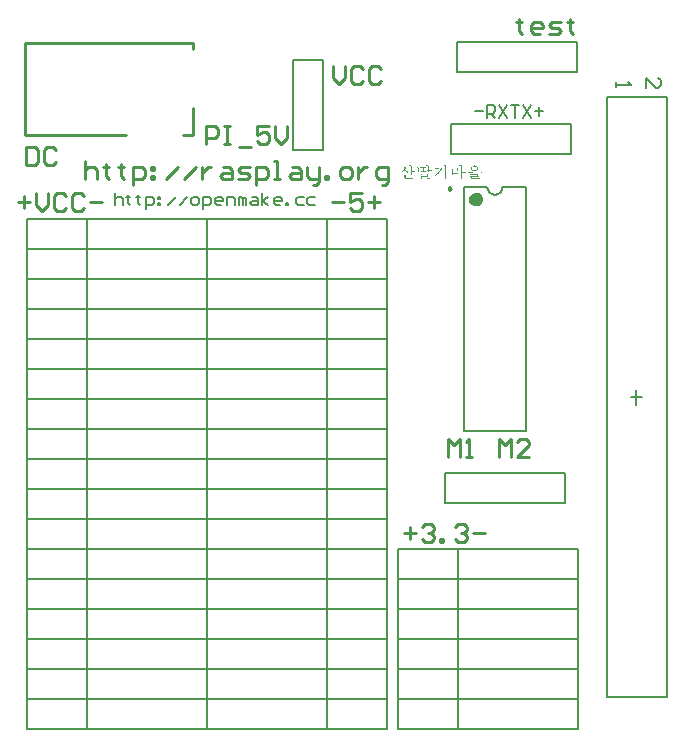
<source format=gto>
%FSLAX44Y44*%
%MOMM*%
G71*
G01*
G75*
G04 Layer_Color=65535*
%ADD10C,0.2000*%
%ADD11C,0.3000*%
%ADD12C,0.6000*%
%ADD13C,0.8000*%
%ADD14C,1.0000*%
%ADD15C,0.5000*%
%ADD16C,0.2032*%
%ADD17R,1.5000X1.5000*%
%ADD18C,1.5000*%
%ADD19C,0.9144*%
%ADD20R,2.5000X3.8000*%
%ADD21R,3.8000X2.5000*%
%ADD22R,1.5000X1.5000*%
%ADD23C,1.0000*%
%ADD24C,0.6096*%
%ADD25C,0.6350*%
%ADD26C,0.2500*%
%ADD27C,0.2540*%
%ADD28C,0.1540*%
G36*
X395539Y494239D02*
X395613D01*
X395672Y494224D01*
X395732D01*
X395851Y494210D01*
X395940Y494195D01*
X395999Y494180D01*
X396059Y494165D01*
X396088Y494135D01*
X396118Y494120D01*
X396133Y494105D01*
Y494046D01*
X396103Y493957D01*
X396059Y493883D01*
X396044Y493868D01*
Y493853D01*
X395970Y493689D01*
X395687Y492842D01*
X395554Y492441D01*
X395732Y492412D01*
X395866Y492367D01*
X395970Y492323D01*
X396029Y492278D01*
X396073Y492233D01*
X396088Y492204D01*
X396103Y492189D01*
Y492174D01*
X396088Y492114D01*
X396044Y492055D01*
X395970Y492025D01*
X395895Y491996D01*
X395806Y491966D01*
X395732D01*
X395672Y491951D01*
X395658D01*
X391096Y491862D01*
X391007Y491832D01*
X390947Y491817D01*
X390918Y491802D01*
X390888Y491787D01*
X390873Y491758D01*
Y491728D01*
Y491698D01*
Y491684D01*
X390858Y490747D01*
X390873Y490643D01*
X390903Y490584D01*
X390932Y490539D01*
X390947Y490524D01*
X391021Y490480D01*
X391111Y490465D01*
X391170Y490450D01*
X393429D01*
X393741Y490465D01*
X394261D01*
X394350Y490480D01*
X394573D01*
X394751Y490510D01*
X394885Y490539D01*
X394974Y490569D01*
X395004D01*
X395093Y490599D01*
X395167Y490629D01*
X395227Y490658D01*
X395256Y490673D01*
X395405Y490732D01*
X395539Y490777D01*
X395628Y490807D01*
X395658D01*
X395791Y490822D01*
X395940D01*
X396252Y490807D01*
X396400D01*
X396519Y490792D01*
X396623D01*
X396802Y490762D01*
X396921Y490703D01*
X397010Y490643D01*
X397069Y490584D01*
X397114Y490524D01*
X397128Y490480D01*
Y490450D01*
Y490435D01*
X397099Y490331D01*
X397054Y490257D01*
X396965Y490213D01*
X396891Y490183D01*
X396802Y490153D01*
X396727Y490138D01*
X391259D01*
X391007Y490153D01*
X390784Y490168D01*
X390605Y490213D01*
X390472Y490257D01*
X390353Y490287D01*
X390279Y490331D01*
X390234Y490346D01*
X390219Y490361D01*
X390130Y490435D01*
X390070Y490510D01*
X390026Y490599D01*
X389996Y490673D01*
X389981Y490747D01*
X389967Y490807D01*
Y490837D01*
Y490851D01*
Y491698D01*
X389952Y491743D01*
X389922Y491773D01*
X389848Y491847D01*
X389773Y491877D01*
X389758Y491892D01*
X389744D01*
X389595Y491951D01*
X389432Y491996D01*
X389357Y492010D01*
X389298Y492025D01*
X389253Y492040D01*
X389238D01*
X389119Y492055D01*
X389030Y492070D01*
X388971Y492100D01*
X388926Y492114D01*
X388897Y492144D01*
X388882Y492159D01*
X388867Y492174D01*
X388882Y492218D01*
X388926Y492263D01*
X389001Y492293D01*
X389075Y492323D01*
X389164Y492352D01*
X389238Y492367D01*
X389298Y492382D01*
X389313D01*
X389669Y492367D01*
X389833Y492352D01*
X389981D01*
X390115Y492337D01*
X390204Y492323D01*
X390279Y492308D01*
X390293D01*
X390546Y492278D01*
X390665Y492263D01*
X390769Y492248D01*
X390858Y492233D01*
X390932Y492218D01*
X390977Y492204D01*
X392849D01*
X393102Y492218D01*
X393340Y492233D01*
X393562D01*
X393755Y492248D01*
X393919D01*
X394053Y492263D01*
X394157D01*
X394305Y492278D01*
X394409Y492293D01*
X394484Y492308D01*
X394498D01*
X394558Y492323D01*
X394632D01*
X394692Y492337D01*
X394706D01*
X395019Y492397D01*
X395063Y493051D01*
X395108Y493823D01*
X391943Y493719D01*
X391616Y493704D01*
X391452D01*
X391319Y493689D01*
X391185Y493675D01*
X391081D01*
X391021Y493660D01*
X390992D01*
X390799Y493600D01*
X390650Y493556D01*
X390591Y493526D01*
X390546Y493511D01*
X390531Y493496D01*
X390516D01*
X390368Y493437D01*
X390249Y493422D01*
X390160Y493437D01*
X390130D01*
X389996Y493467D01*
X389848Y493526D01*
X389491Y493660D01*
X389328Y493719D01*
X389194Y493779D01*
X389105Y493808D01*
X389090Y493823D01*
X389075D01*
X388986Y493883D01*
X388926Y493912D01*
X388882Y493957D01*
X388852Y493987D01*
X388837Y494016D01*
Y494031D01*
X388867Y494061D01*
X388926D01*
X389001Y494076D01*
X389149D01*
X389209Y494061D01*
X389268D01*
X389432Y494046D01*
X389625D01*
X390026Y494031D01*
X390442Y494016D01*
X391393D01*
X391527Y494031D01*
X391809D01*
X392359Y494046D01*
X392864Y494061D01*
X393354Y494076D01*
X393562D01*
X393770Y494091D01*
X393964Y494105D01*
X394127D01*
X394276Y494120D01*
X394498D01*
X394573Y494135D01*
X394632D01*
X394810Y494180D01*
X394974Y494210D01*
X395048Y494224D01*
X395108Y494239D01*
X395137Y494254D01*
X395360D01*
X395539Y494239D01*
D02*
G37*
G36*
X353309Y494462D02*
X353354D01*
X353517Y494447D01*
X353636Y494432D01*
X353725Y494403D01*
X353800Y494388D01*
X353844Y494358D01*
X353874Y494343D01*
X353889Y494328D01*
X353904Y494299D01*
X353889Y494254D01*
X353859Y494180D01*
X353815Y494105D01*
X353800Y494091D01*
Y494076D01*
X353711Y493912D01*
X353606Y493689D01*
X353517Y493467D01*
X353473Y493377D01*
X353458Y493303D01*
X353428Y493259D01*
Y493244D01*
X353324Y492961D01*
X353280Y492842D01*
X353250Y492738D01*
X353235Y492649D01*
X353220Y492575D01*
X353205Y492531D01*
Y492516D01*
X353384Y492486D01*
X353517Y492441D01*
X353621Y492397D01*
X353696Y492352D01*
X353740Y492308D01*
X353755Y492278D01*
X353770Y492263D01*
Y492248D01*
Y492189D01*
X353711Y492144D01*
X353636Y492100D01*
X353547Y492085D01*
X353458Y492070D01*
X353369Y492055D01*
X352864D01*
X352418Y492040D01*
X352032Y492025D01*
X351690Y492010D01*
X351170D01*
X351081Y491996D01*
X350427D01*
X350011Y491981D01*
X348733D01*
X348614Y491936D01*
X348569Y491921D01*
X348540Y491906D01*
X348510Y491892D01*
X348480Y491817D01*
Y491787D01*
Y491773D01*
Y490629D01*
X348495Y490524D01*
X348540Y490450D01*
X348569Y490406D01*
X348584Y490391D01*
X348658Y490346D01*
X348748Y490331D01*
X348807Y490317D01*
X351214D01*
X351571Y490331D01*
X352165D01*
X352269Y490346D01*
X352537D01*
X352715Y490376D01*
X352849Y490420D01*
X352908Y490435D01*
X352953D01*
X352968Y490450D01*
X352982D01*
X353057Y490480D01*
X353131Y490510D01*
X353190Y490539D01*
X353220Y490554D01*
X353384Y490614D01*
X353503Y490643D01*
X353592Y490673D01*
X353621D01*
X353755Y490688D01*
X354350D01*
X354468Y490673D01*
X354572D01*
X354751Y490643D01*
X354869Y490584D01*
X354959Y490524D01*
X355033Y490465D01*
X355063Y490406D01*
X355078Y490361D01*
X355092Y490331D01*
Y490317D01*
X355078Y490213D01*
X355018Y490138D01*
X354944Y490079D01*
X354855Y490049D01*
X354766Y490019D01*
X354691Y490005D01*
X348867D01*
X348614Y490019D01*
X348391Y490034D01*
X348213Y490079D01*
X348079Y490123D01*
X347960Y490153D01*
X347886Y490198D01*
X347841Y490213D01*
X347826Y490227D01*
X347752Y490302D01*
X347693Y490376D01*
X347663Y490450D01*
X347633Y490539D01*
X347618Y490599D01*
X347603Y490658D01*
Y490703D01*
Y490718D01*
Y491817D01*
X347589Y491847D01*
X347559Y491877D01*
X347470Y491936D01*
X347395Y491981D01*
X347381Y491996D01*
X347366D01*
X347291Y492025D01*
X347202Y492055D01*
X347039Y492100D01*
X346950Y492114D01*
X346890Y492129D01*
X346846Y492144D01*
X346831D01*
X346742Y492174D01*
X346667Y492189D01*
X346623Y492204D01*
X346593Y492233D01*
X346549Y492248D01*
Y492263D01*
X346563Y492293D01*
X346608Y492323D01*
X346682Y492352D01*
X346771Y492382D01*
X346846Y492412D01*
X346920Y492426D01*
X346979Y492441D01*
X347500D01*
X347648Y492426D01*
X347782D01*
X347886Y492412D01*
X347975D01*
X348138Y492397D01*
X348272Y492382D01*
X348391Y492352D01*
X348480Y492337D01*
X348540Y492323D01*
X348584D01*
X348599Y492308D01*
X349624D01*
X349847Y492323D01*
X350516D01*
X350798Y492337D01*
X351081D01*
X351348Y492352D01*
X351571D01*
X351675Y492367D01*
X352032D01*
X352136Y492382D01*
X352195Y492397D01*
X352225D01*
X352299Y492412D01*
X352388Y492426D01*
X352462Y492441D01*
X352492D01*
X352655Y492456D01*
X352670Y492560D01*
X352685Y492664D01*
X352700Y492872D01*
Y492961D01*
X352715Y493036D01*
Y493095D01*
Y493110D01*
X352730Y493303D01*
X352745Y493467D01*
X352760Y493630D01*
X352774Y493764D01*
Y493883D01*
X352789Y493972D01*
Y494031D01*
Y494046D01*
X349966Y493957D01*
X348748Y493883D01*
X348629Y493868D01*
X348540Y493853D01*
X348480Y493838D01*
X348465D01*
X348361Y493793D01*
X348317Y493779D01*
X348302Y493764D01*
X348138Y493719D01*
X348005Y493704D01*
X347871D01*
X347752Y493734D01*
X347603Y493779D01*
X347440Y493838D01*
X347262Y493912D01*
X347113Y493972D01*
X346979Y494031D01*
X346890Y494061D01*
X346875Y494076D01*
X346861D01*
X346771Y494135D01*
X346697Y494165D01*
X346652Y494210D01*
X346638Y494239D01*
X346623Y494269D01*
Y494284D01*
X346652Y494314D01*
X346712Y494328D01*
X346846Y494343D01*
X346920D01*
X346979Y494328D01*
X347039D01*
X347217Y494314D01*
X347395Y494299D01*
X347797Y494284D01*
X348198D01*
X348599Y494269D01*
X349505D01*
X350070Y494284D01*
X350605Y494299D01*
X351110Y494314D01*
X351348Y494328D01*
X351556D01*
X351764Y494343D01*
X351942Y494358D01*
X352106D01*
X352239Y494373D01*
X352343D01*
X352433Y494388D01*
X352492D01*
X352715Y494432D01*
X352789Y494447D01*
X352849Y494462D01*
X352893Y494477D01*
X353250D01*
X353309Y494462D01*
D02*
G37*
G36*
X332923Y500480D02*
X332938D01*
X333205Y500376D01*
X333339Y500331D01*
X333458Y500272D01*
X333562Y500227D01*
X333636Y500183D01*
X333695Y500168D01*
X333710Y500153D01*
X333904Y500064D01*
X334082Y499975D01*
X334230Y499901D01*
X334349Y499826D01*
X334438Y499767D01*
X334498Y499722D01*
X334542Y499707D01*
X334557Y499692D01*
X334602Y499648D01*
X334646Y499603D01*
X334676Y499499D01*
X334661Y499425D01*
Y499410D01*
Y499395D01*
X334632Y499336D01*
X334572Y499247D01*
X334453Y499054D01*
X334379Y498964D01*
X334334Y498890D01*
X334290Y498831D01*
X334275Y498816D01*
X333800Y498117D01*
X333993Y497924D01*
X334141Y497776D01*
X334216Y497716D01*
X334260Y497687D01*
X334290Y497657D01*
X334305Y497642D01*
X334364Y497583D01*
X334438Y497523D01*
X334587Y497389D01*
X334661Y497330D01*
X334721Y497271D01*
X334750Y497241D01*
X334765Y497226D01*
X334929Y497092D01*
X335062Y497018D01*
X335167Y496959D01*
X335241Y496929D01*
X335271Y496914D01*
X335360Y496884D01*
X335434Y496855D01*
X335493Y496840D01*
X335523Y496825D01*
X335701Y496750D01*
X335835Y496691D01*
X335909Y496632D01*
X335939Y496617D01*
X336043Y496513D01*
X336162Y496394D01*
X336400Y496126D01*
X336504Y496007D01*
X336578Y495904D01*
X336637Y495844D01*
X336652Y495814D01*
X336727Y495666D01*
X336756Y495532D01*
Y495428D01*
X336741Y495339D01*
X336712Y495279D01*
X336682Y495235D01*
X336667Y495205D01*
X336652Y495190D01*
X336563Y495146D01*
X336489Y495116D01*
X336400Y495131D01*
X336325Y495146D01*
X336266Y495175D01*
X336207Y495205D01*
X336177Y495220D01*
X336162Y495235D01*
X335939Y495443D01*
X335716Y495666D01*
X335479Y495889D01*
X335271Y496097D01*
X335077Y496275D01*
X334929Y496409D01*
X334869Y496468D01*
X334825Y496513D01*
X334810Y496528D01*
X334795Y496542D01*
X334513Y496825D01*
X334260Y497077D01*
X334037Y497300D01*
X333859Y497478D01*
X333710Y497627D01*
X333606Y497731D01*
X333547Y497805D01*
X333517Y497820D01*
X333146Y497464D01*
X332804Y497152D01*
X332477Y496884D01*
X332180Y496646D01*
X331942Y496453D01*
X331838Y496379D01*
X331764Y496320D01*
X331689Y496260D01*
X331645Y496230D01*
X331615Y496216D01*
X331600Y496201D01*
X331244Y495963D01*
X330872Y495725D01*
X330531Y495517D01*
X330204Y495339D01*
X330055Y495265D01*
X329921Y495190D01*
X329802Y495131D01*
X329698Y495086D01*
X329624Y495042D01*
X329565Y495012D01*
X329520Y494982D01*
X329505D01*
X329371Y494938D01*
X329268Y494893D01*
X329193Y494878D01*
X329074D01*
X329059Y494893D01*
Y494938D01*
X329074Y494967D01*
X329119Y495012D01*
X329178Y495056D01*
X329297Y495131D01*
X329327Y495160D01*
X329342D01*
X329773Y495443D01*
X330174Y495725D01*
X330545Y496007D01*
X330872Y496275D01*
X331021Y496394D01*
X331155Y496513D01*
X331259Y496602D01*
X331363Y496691D01*
X331437Y496765D01*
X331496Y496810D01*
X331526Y496840D01*
X331541Y496855D01*
X331942Y497256D01*
X332284Y497657D01*
X332596Y498028D01*
X332863Y498385D01*
X332982Y498534D01*
X333086Y498667D01*
X333161Y498801D01*
X333235Y498905D01*
X333294Y498979D01*
X333339Y499039D01*
X333354Y499083D01*
X333368Y499098D01*
X333443Y499247D01*
Y499321D01*
X333428Y499380D01*
X333383Y499499D01*
X333339Y499574D01*
X333324Y499589D01*
X333309Y499603D01*
X333235Y499692D01*
X333131Y499782D01*
X332923Y499945D01*
X332819Y500019D01*
X332744Y500079D01*
X332685Y500109D01*
X332670Y500123D01*
X332551Y500198D01*
X332462Y500272D01*
X332403Y500331D01*
X332388Y500376D01*
Y500406D01*
Y500435D01*
X332403Y500450D01*
X332462Y500480D01*
X332536Y500495D01*
X332878D01*
X332923Y500480D01*
D02*
G37*
G36*
X337826Y501743D02*
X337975Y501728D01*
X338109Y501698D01*
X338213Y501684D01*
X338302Y501669D01*
X338361Y501654D01*
X338376D01*
X338629Y501595D01*
X338881Y501535D01*
X338985Y501491D01*
X339074Y501476D01*
X339134Y501446D01*
X339149D01*
X339253Y501401D01*
X339327Y501372D01*
X339386Y501342D01*
X339431Y501297D01*
X339476Y501253D01*
X339491Y501238D01*
X339505Y501164D01*
Y501089D01*
X339491Y501015D01*
Y501000D01*
Y500985D01*
X339476Y500733D01*
X339461Y496438D01*
X340010D01*
X340129Y496468D01*
X340219Y496513D01*
X340278Y496528D01*
X340308Y496542D01*
X340427Y496602D01*
X340471Y496617D01*
X340486Y496632D01*
X340620Y496706D01*
X340739Y496750D01*
X340813Y496780D01*
X340843D01*
X340961Y496810D01*
X341095D01*
X341377Y496825D01*
X341511D01*
X341615Y496810D01*
X341719D01*
X341912Y496780D01*
X342076Y496750D01*
X342121Y496721D01*
X342165Y496706D01*
X342180Y496691D01*
X342195D01*
X342284Y496617D01*
X342328Y496542D01*
X342343Y496483D01*
Y496453D01*
X342314Y496364D01*
X342254Y496305D01*
X342195Y496260D01*
X342180Y496245D01*
X342165D01*
X342031Y496186D01*
X341883Y496141D01*
X341823D01*
X341764Y496126D01*
X341719D01*
X339446Y496082D01*
Y494462D01*
Y494269D01*
X339431Y494091D01*
X339416Y493927D01*
X339401Y493779D01*
X339386Y493660D01*
X339372Y493556D01*
X339357Y493496D01*
Y493481D01*
X339312Y493214D01*
X339282Y493095D01*
X339253Y492991D01*
X339223Y492902D01*
X339208Y492842D01*
X339193Y492798D01*
Y492783D01*
X339119Y492649D01*
X339045Y492545D01*
X338970Y492456D01*
X338911Y492412D01*
X338852Y492367D01*
X338807Y492352D01*
X338792Y492337D01*
X338733D01*
X338703Y492352D01*
X338643Y492412D01*
X338614Y492501D01*
X338584Y492620D01*
X338569Y492724D01*
X338554Y492828D01*
Y492887D01*
Y492917D01*
Y500554D01*
X338540Y500644D01*
X338510Y500718D01*
X338406Y500852D01*
X338346Y500911D01*
X338302Y500956D01*
X338272Y500970D01*
X338257Y500985D01*
X338138Y501060D01*
X337990Y501134D01*
X337678Y501268D01*
X337544Y501327D01*
X337425Y501372D01*
X337351Y501401D01*
X337336Y501416D01*
X337321D01*
X337202Y501461D01*
X337098Y501505D01*
X337039Y501535D01*
X336994Y501580D01*
X336979Y501595D01*
X336964Y501624D01*
Y501639D01*
X336994Y501684D01*
X337068Y501713D01*
X337158Y501728D01*
X337247Y501758D01*
X337336D01*
X337425Y501773D01*
X337499D01*
X337826Y501743D01*
D02*
G37*
G36*
X366935Y501728D02*
X367128Y501684D01*
X367321Y501654D01*
X367485Y501624D01*
X367604Y501595D01*
X367708Y501565D01*
X367782Y501550D01*
X367797D01*
X368035Y501491D01*
X368243Y501416D01*
X368332Y501386D01*
X368406Y501372D01*
X368451Y501342D01*
X368465D01*
X368525Y501312D01*
X368584Y501282D01*
X368644Y501223D01*
X368688Y501164D01*
Y501149D01*
X368703Y501074D01*
Y501000D01*
X368688Y500926D01*
Y500911D01*
Y500896D01*
X368674Y500703D01*
Y493036D01*
Y492738D01*
Y492456D01*
X368659Y492204D01*
Y491966D01*
Y491758D01*
X368644Y491580D01*
Y491401D01*
X368629Y491268D01*
X368614Y491134D01*
Y491030D01*
X368599Y490941D01*
Y490866D01*
Y490822D01*
X368584Y490777D01*
Y490762D01*
Y490747D01*
X368555Y490569D01*
X368525Y490391D01*
X368480Y490242D01*
X368436Y490108D01*
X368391Y489990D01*
X368347Y489915D01*
X368332Y489856D01*
X368317Y489841D01*
X368243Y489752D01*
X368183Y489678D01*
X368124Y489633D01*
X368079Y489618D01*
X368020Y489603D01*
X367990D01*
X367945Y489648D01*
X367901Y489722D01*
X367871Y489811D01*
X367856Y489915D01*
Y490005D01*
X367841Y490094D01*
Y490153D01*
Y490168D01*
Y500495D01*
X367812Y500569D01*
X367767Y500644D01*
X367648Y500777D01*
X367589Y500837D01*
X367544Y500881D01*
X367500Y500911D01*
X367485Y500926D01*
X367351Y501015D01*
X367202Y501089D01*
X367039Y501164D01*
X366890Y501238D01*
X366772Y501297D01*
X366653Y501342D01*
X366593Y501372D01*
X366564Y501386D01*
X366445Y501431D01*
X366370Y501476D01*
X366311Y501505D01*
X366266Y501550D01*
X366251Y501565D01*
X366237Y501595D01*
Y501609D01*
X366266Y501654D01*
X366326Y501684D01*
X366400Y501713D01*
X366489Y501728D01*
X366564Y501743D01*
X366638Y501758D01*
X366712D01*
X366935Y501728D01*
D02*
G37*
G36*
X380501Y501713D02*
X380635Y501684D01*
X380754Y501669D01*
X380858Y501654D01*
X380947Y501639D01*
X380992Y501624D01*
X381007D01*
X381259Y501580D01*
X381363Y501550D01*
X381452Y501535D01*
X381527Y501505D01*
X381586Y501491D01*
X381616Y501476D01*
X381631D01*
X381794Y501431D01*
X381928Y501386D01*
X382047Y501342D01*
X382121Y501312D01*
X382180Y501282D01*
X382210Y501253D01*
X382240Y501238D01*
X382270Y501164D01*
X382284Y501060D01*
X382270Y500985D01*
Y500970D01*
Y500956D01*
X382255Y500688D01*
X382210Y495606D01*
X383057Y495636D01*
X383146Y495666D01*
X383220Y495681D01*
X383280Y495710D01*
X383295D01*
X383399Y495770D01*
X383428Y495785D01*
X383443Y495799D01*
X383562Y495874D01*
X383651Y495918D01*
X383711Y495948D01*
X383741D01*
X383830Y495978D01*
X383934Y495993D01*
X384409D01*
X384543Y495978D01*
X384647Y495963D01*
X384736Y495948D01*
X384825Y495918D01*
X384885Y495904D01*
X384929Y495874D01*
X384944Y495859D01*
X384959D01*
X385018Y495829D01*
X385063Y495785D01*
X385122Y495710D01*
X385152Y495666D01*
Y495636D01*
Y495591D01*
X385137Y495547D01*
X385093Y495487D01*
X385048Y495428D01*
X385018Y495413D01*
X384885Y495339D01*
X384736Y495309D01*
X384677Y495294D01*
X384632Y495279D01*
X384588D01*
X382195Y495220D01*
Y494700D01*
Y494224D01*
Y493793D01*
Y493407D01*
X382180Y493065D01*
Y492753D01*
Y492486D01*
Y492263D01*
X382165Y492055D01*
Y491892D01*
Y491758D01*
Y491654D01*
X382151Y491565D01*
Y491520D01*
Y491490D01*
Y491475D01*
X382136Y491208D01*
X382106Y490955D01*
X382076Y490747D01*
X382047Y490569D01*
X382032Y490435D01*
X382002Y490331D01*
X381987Y490257D01*
Y490242D01*
X381898Y490049D01*
X381809Y489900D01*
X381735Y489796D01*
X381675Y489737D01*
X381616Y489707D01*
X381571Y489678D01*
X381541D01*
X381497Y489692D01*
X381467Y489722D01*
X381408Y489826D01*
X381378Y489975D01*
X381348Y490123D01*
X381333Y490272D01*
X381319Y490406D01*
Y490510D01*
Y490524D01*
Y490539D01*
Y500540D01*
X381289Y500614D01*
X381244Y500688D01*
X381170Y500762D01*
X381096Y500822D01*
X381021Y500881D01*
X380947Y500926D01*
X380902Y500956D01*
X380888Y500970D01*
X380769Y501045D01*
X380650Y501104D01*
X380368Y501253D01*
X380249Y501297D01*
X380145Y501342D01*
X380085Y501372D01*
X380056Y501386D01*
X379907Y501416D01*
X379803Y501461D01*
X379729Y501491D01*
X379684Y501535D01*
X379654Y501565D01*
Y501595D01*
Y501609D01*
X379684Y501654D01*
X379758Y501684D01*
X379847Y501713D01*
X379937Y501728D01*
X380026Y501743D01*
X380115Y501758D01*
X380189D01*
X380501Y501713D01*
D02*
G37*
G36*
X332938Y493511D02*
X333190D01*
X333294Y493496D01*
X333517D01*
X333636Y493481D01*
X333755Y493467D01*
X333844D01*
X333918Y493452D01*
X333963D01*
X333993Y493437D01*
X334007D01*
X334082Y493422D01*
X334156Y493392D01*
X334245Y493348D01*
X334290Y493318D01*
X334305Y493303D01*
X334319Y493229D01*
Y493155D01*
X334305Y493080D01*
Y493065D01*
Y493051D01*
X334290Y492857D01*
X334305Y490970D01*
X334334Y490822D01*
X334379Y490718D01*
X334423Y490658D01*
X334453Y490643D01*
X334513Y490614D01*
X334602Y490584D01*
X334780Y490539D01*
X334854D01*
X334929Y490524D01*
X334988D01*
X338005Y490539D01*
X338227Y490569D01*
X338317Y490584D01*
X338391Y490599D01*
X338450Y490614D01*
X338495D01*
X338510Y490629D01*
X338525D01*
X338629Y490658D01*
X338703Y490703D01*
X338762Y490732D01*
X338792Y490747D01*
X338941Y490807D01*
X339074Y490851D01*
X339164Y490881D01*
X339193D01*
X339327Y490896D01*
X339491Y490911D01*
X339654D01*
X339803Y490926D01*
X339951Y490911D01*
X340174D01*
X340397Y490881D01*
X340486Y490866D01*
X340560Y490851D01*
X340620Y490822D01*
X340664Y490807D01*
X340679Y490792D01*
X340694D01*
X340798Y490703D01*
X340858Y490629D01*
X340887Y490569D01*
X340902Y490539D01*
Y490450D01*
X340872Y490376D01*
X340843Y490317D01*
X340828Y490302D01*
X340739Y490227D01*
X340649Y490198D01*
X340560Y490168D01*
X334899D01*
X334632Y490183D01*
X334409Y490213D01*
X334216Y490242D01*
X334067Y490272D01*
X333948Y490317D01*
X333859Y490346D01*
X333814Y490361D01*
X333800Y490376D01*
X333666Y490465D01*
X333562Y490569D01*
X333487Y490673D01*
X333428Y490792D01*
X333383Y490881D01*
X333368Y490970D01*
X333354Y491030D01*
Y491045D01*
Y492620D01*
X333339Y492679D01*
X333309Y492738D01*
X333205Y492842D01*
X333116Y492902D01*
X333086Y492932D01*
X333071D01*
X332967Y492976D01*
X332849Y493021D01*
X332581Y493095D01*
X332462Y493125D01*
X332358Y493155D01*
X332299Y493184D01*
X332269D01*
X332180Y493214D01*
X332105Y493244D01*
X332061Y493273D01*
X332031Y493288D01*
X332001Y493333D01*
Y493348D01*
X332031Y493392D01*
X332076Y493422D01*
X332150Y493452D01*
X332224Y493481D01*
X332314Y493496D01*
X332373Y493511D01*
X332432Y493526D01*
X332774D01*
X332938Y493511D01*
D02*
G37*
G36*
X392641Y501743D02*
X392715Y501713D01*
X392790Y501698D01*
X392834Y501684D01*
X392849D01*
X392983Y501639D01*
X393087Y501609D01*
X393161Y501565D01*
X393221Y501535D01*
X393250Y501505D01*
X393280Y501476D01*
X393295Y501461D01*
X393310Y501401D01*
X393295Y501327D01*
X393265Y501268D01*
X393250Y501238D01*
X393206Y501164D01*
X393191Y501149D01*
Y501134D01*
Y501074D01*
Y501060D01*
Y501045D01*
X393429Y501000D01*
X393666Y500941D01*
X393874Y500881D01*
X394068Y500807D01*
X394246Y500733D01*
X394424Y500658D01*
X394573Y500584D01*
X394706Y500510D01*
X394825Y500435D01*
X394929Y500361D01*
X395019Y500302D01*
X395078Y500242D01*
X395137Y500198D01*
X395182Y500153D01*
X395197Y500138D01*
X395212Y500123D01*
X395316Y500005D01*
X395405Y499871D01*
X395554Y499618D01*
X395643Y499366D01*
X395702Y499143D01*
X395732Y498950D01*
Y498786D01*
Y498727D01*
Y498682D01*
Y498667D01*
Y498652D01*
X395702Y498504D01*
X395672Y498370D01*
X395554Y498117D01*
X395420Y497880D01*
X395256Y497687D01*
X395123Y497538D01*
X394989Y497419D01*
X394900Y497345D01*
X394885Y497315D01*
X394870D01*
X394558Y497122D01*
X394216Y496973D01*
X393874Y496869D01*
X393548Y496795D01*
X393250Y496750D01*
X393131Y496736D01*
X393027D01*
X392938Y496721D01*
X392819D01*
X392359Y496750D01*
X391943Y496810D01*
X391586Y496914D01*
X391423Y496959D01*
X391274Y497018D01*
X391140Y497077D01*
X391021Y497122D01*
X390932Y497181D01*
X390843Y497226D01*
X390784Y497256D01*
X390739Y497285D01*
X390709Y497315D01*
X390695D01*
X390561Y497419D01*
X390442Y497523D01*
X390234Y497746D01*
X390085Y497969D01*
X389967Y498177D01*
X389892Y498355D01*
X389848Y498504D01*
X389833Y498563D01*
X389818Y498608D01*
Y498623D01*
Y498638D01*
X389803Y498786D01*
Y498935D01*
X389833Y499217D01*
X389907Y499455D01*
X389996Y499678D01*
X390100Y499856D01*
X390189Y499975D01*
X390249Y500064D01*
X390279Y500094D01*
X390561Y500331D01*
X390873Y500540D01*
X391200Y500703D01*
X391512Y500822D01*
X391794Y500911D01*
X391913Y500941D01*
X392032Y500970D01*
X392121Y500985D01*
X392180Y501000D01*
X392225Y501015D01*
X392299D01*
X392433Y501089D01*
X392507Y501149D01*
X392552Y501208D01*
X392567Y501223D01*
Y501312D01*
X392537Y501401D01*
X392507Y501461D01*
X392492Y501476D01*
X392418Y501550D01*
X392359Y501595D01*
X392344Y501639D01*
X392329Y501684D01*
X392344Y501728D01*
X392359Y501743D01*
X392403Y501758D01*
X392478D01*
X392641Y501743D01*
D02*
G37*
G36*
X378406Y498875D02*
X378466D01*
X378659Y498860D01*
X378822Y498846D01*
X378926Y498816D01*
X379015Y498801D01*
X379060Y498771D01*
X379090Y498741D01*
X379105Y498727D01*
Y498697D01*
Y498652D01*
X379045Y498548D01*
X378986Y498459D01*
X378971Y498429D01*
X378956Y498415D01*
X378837Y498236D01*
X378272Y494893D01*
X378436Y494878D01*
X378555Y494849D01*
X378629Y494819D01*
X378659Y494804D01*
X378733Y494744D01*
X378778Y494685D01*
X378792Y494641D01*
Y494626D01*
Y494566D01*
X378748Y494507D01*
X378718Y494477D01*
X378703Y494462D01*
X378614Y494432D01*
X378540Y494418D01*
X378480Y494403D01*
X378451D01*
X374439Y494284D01*
X374409Y494150D01*
X374394Y494016D01*
X374335Y493808D01*
X374260Y493645D01*
X374201Y493541D01*
X374142Y493452D01*
X374097Y493407D01*
X374067Y493377D01*
X374053D01*
X374008Y493363D01*
X373963Y493377D01*
X373889Y493407D01*
X373830Y493481D01*
X373785Y493571D01*
X373755Y493675D01*
X373726Y493749D01*
X373711Y493808D01*
Y493838D01*
X373592Y495279D01*
X373562Y495577D01*
X373532Y495829D01*
X373518Y496052D01*
X373503Y496230D01*
X373488Y496364D01*
X373473Y496468D01*
Y496528D01*
Y496542D01*
X373458Y496795D01*
X373443Y497033D01*
X373428Y497241D01*
X373414Y497419D01*
Y497568D01*
X373399Y497672D01*
Y497731D01*
Y497761D01*
Y497850D01*
X373384Y497909D01*
X373339Y497984D01*
X373250Y498088D01*
X373161Y498147D01*
X373131Y498177D01*
X373116D01*
X373027Y498222D01*
X372923Y498281D01*
X372700Y498370D01*
X372596Y498415D01*
X372522Y498444D01*
X372463Y498474D01*
X372448D01*
X372344Y498489D01*
X372284Y498519D01*
X372225Y498548D01*
X372195Y498563D01*
X372165Y498608D01*
Y498623D01*
X372195Y498667D01*
X372240Y498697D01*
X372314Y498727D01*
X372388Y498756D01*
X372477Y498771D01*
X372537Y498786D01*
X372596Y498801D01*
X372938D01*
X373072Y498786D01*
X373205D01*
X373295Y498771D01*
X373384D01*
X373428Y498756D01*
X373443D01*
X373755Y498727D01*
X373889Y498712D01*
X374023Y498697D01*
X374127Y498682D01*
X374201Y498667D01*
X374260Y498652D01*
X374736D01*
X374885Y498667D01*
X375420D01*
X375628Y498682D01*
X375850Y498697D01*
X376073D01*
X376267Y498712D01*
X376445Y498727D01*
X376593D01*
X377440Y498741D01*
X377529Y498756D01*
X377589Y498771D01*
X377634Y498786D01*
X377648D01*
X377723Y498801D01*
X377752Y498816D01*
X377767D01*
X377827Y498846D01*
X377886Y498875D01*
X377946D01*
X378020Y498890D01*
X378347D01*
X378406Y498875D01*
D02*
G37*
G36*
X364736Y499291D02*
X364884D01*
X365003Y499262D01*
X365078Y499247D01*
X365137Y499232D01*
X365182Y499217D01*
X365196Y499202D01*
X365211Y499173D01*
Y499128D01*
X365167Y499039D01*
X365122Y498964D01*
X365093Y498950D01*
Y498935D01*
X365018Y498846D01*
X365003Y498816D01*
X364989Y498801D01*
X364944Y498697D01*
X364929Y498667D01*
Y498652D01*
X364751Y498281D01*
X364572Y497924D01*
X364156Y497241D01*
X363933Y496914D01*
X363726Y496602D01*
X363503Y496320D01*
X363295Y496052D01*
X363101Y495814D01*
X362923Y495591D01*
X362760Y495398D01*
X362611Y495235D01*
X362492Y495116D01*
X362403Y495012D01*
X362344Y494953D01*
X362329Y494938D01*
X361720Y494358D01*
X361408Y494076D01*
X361095Y493823D01*
X360783Y493571D01*
X360471Y493348D01*
X360189Y493140D01*
X359907Y492947D01*
X359654Y492768D01*
X359416Y492605D01*
X359208Y492471D01*
X359030Y492367D01*
X358881Y492278D01*
X358777Y492218D01*
X358718Y492174D01*
X358688Y492159D01*
X358555Y492100D01*
X358465Y492055D01*
X358376Y492025D01*
X358332Y492010D01*
X358272D01*
X358257Y492025D01*
Y492055D01*
X358287Y492100D01*
X358332Y492159D01*
X358391Y492204D01*
X358451Y492248D01*
X358495Y492293D01*
X358540Y492308D01*
X358555Y492323D01*
X359238Y492828D01*
X359550Y493080D01*
X359847Y493318D01*
X360145Y493571D01*
X360412Y493808D01*
X360650Y494031D01*
X360887Y494254D01*
X361095Y494462D01*
X361274Y494641D01*
X361437Y494804D01*
X361571Y494938D01*
X361675Y495056D01*
X361749Y495131D01*
X361794Y495190D01*
X361809Y495205D01*
X362091Y495547D01*
X362359Y495889D01*
X362596Y496216D01*
X362819Y496542D01*
X363012Y496855D01*
X363191Y497166D01*
X363354Y497449D01*
X363503Y497716D01*
X363621Y497969D01*
X363740Y498192D01*
X363829Y498385D01*
X363904Y498563D01*
X363948Y498697D01*
X363993Y498786D01*
X364023Y498860D01*
Y498875D01*
X361021Y498786D01*
X360873Y498771D01*
X360754Y498756D01*
X360679Y498741D01*
X360664Y498727D01*
X360650D01*
X360575Y498697D01*
X360486Y498667D01*
X360427Y498638D01*
X360412Y498623D01*
X360397D01*
X360204Y498563D01*
X360055Y498548D01*
X359907D01*
X359773Y498578D01*
X359609Y498638D01*
X359431Y498712D01*
X359268Y498786D01*
X359104Y498846D01*
X358985Y498905D01*
X358896Y498950D01*
X358881Y498964D01*
X358867D01*
X358763Y499024D01*
X358688Y499068D01*
X358644Y499098D01*
X358614Y499143D01*
X358584Y499187D01*
Y499202D01*
X358614Y499232D01*
X358673D01*
X358748Y499247D01*
X358822Y499232D01*
X358956D01*
X359000Y499217D01*
X359015D01*
X359327Y499187D01*
X359639Y499173D01*
X359966Y499158D01*
X360278D01*
X360546Y499143D01*
X361482D01*
X361690Y499158D01*
X362121D01*
X362552Y499173D01*
X362760D01*
X362938Y499187D01*
X363265D01*
X363384Y499202D01*
X363562D01*
X363681Y499217D01*
X363755Y499232D01*
X363815D01*
X363844Y499247D01*
X363859D01*
X363948Y499262D01*
X363978Y499277D01*
X363993D01*
X364067Y499291D01*
X364127Y499306D01*
X364543D01*
X364736Y499291D01*
D02*
G37*
G36*
X398094Y496260D02*
X398273Y496230D01*
X398436Y496216D01*
X398570Y496201D01*
X398659Y496186D01*
X398689D01*
X398808Y496171D01*
X398897Y496141D01*
X398986Y496126D01*
X399045Y496097D01*
X399105Y496067D01*
X399134Y496037D01*
X399164Y496022D01*
X399239Y495933D01*
X399268Y495859D01*
X399283Y495799D01*
Y495770D01*
X399239Y495681D01*
X399179Y495606D01*
X399120Y495562D01*
X399105Y495547D01*
X399090D01*
X398971Y495502D01*
X398867Y495473D01*
X398778Y495458D01*
X398748D01*
X398525Y495473D01*
X398302Y495487D01*
X397827Y495502D01*
X397337Y495517D01*
X396876Y495532D01*
X396475D01*
X396296Y495547D01*
X394053D01*
X393874Y495532D01*
X393265D01*
X392938Y495517D01*
X392597D01*
X392270Y495502D01*
X391958Y495487D01*
X391675Y495473D01*
X391556Y495458D01*
X391452D01*
X391378Y495443D01*
X391259D01*
X390769Y495413D01*
X390338Y495383D01*
X390145Y495369D01*
X389967Y495354D01*
X389803Y495339D01*
X389654Y495324D01*
X389521Y495309D01*
X389402Y495294D01*
X389298D01*
X389209Y495279D01*
X389149D01*
X389105Y495265D01*
X389060D01*
X388956Y495250D01*
X388882Y495235D01*
X388822Y495220D01*
X388793Y495205D01*
X388689Y495160D01*
X388644Y495146D01*
X388629D01*
X388540Y495116D01*
X388451Y495086D01*
X388302Y495071D01*
X388228D01*
X388183Y495086D01*
X388139D01*
X388064Y495101D01*
X387975Y495131D01*
X387752Y495205D01*
X387530Y495279D01*
X387292Y495369D01*
X387069Y495458D01*
X386891Y495532D01*
X386816Y495562D01*
X386757Y495591D01*
X386727Y495606D01*
X386712D01*
X386594Y495681D01*
X386504Y495755D01*
X386445Y495799D01*
X386400Y495844D01*
X386385Y495874D01*
Y495904D01*
Y495918D01*
X386415Y495948D01*
X386475Y495963D01*
X386638D01*
X386727Y495948D01*
X386787D01*
X386846Y495933D01*
X386861D01*
X387039Y495904D01*
X387247Y495874D01*
X387470Y495859D01*
X387708Y495829D01*
X388228Y495799D01*
X388733Y495785D01*
X388986D01*
X389209Y495770D01*
X390561D01*
X390918Y495785D01*
X391289D01*
X391675Y495799D01*
X392062Y495814D01*
X392463D01*
X392849Y495829D01*
X393206Y495844D01*
X393562Y495859D01*
X393874D01*
X394142Y495874D01*
X394380D01*
X394469Y495889D01*
X394692D01*
X395910Y495933D01*
X396490Y495963D01*
X396638Y495993D01*
X396757Y496022D01*
X396831Y496052D01*
X396861D01*
X396950Y496082D01*
X397024Y496111D01*
X397084Y496126D01*
X397114Y496141D01*
X397292Y496201D01*
X397441Y496245D01*
X397500Y496260D01*
X397545Y496275D01*
X397916D01*
X398094Y496260D01*
D02*
G37*
G36*
X352180Y501728D02*
X352284Y501698D01*
X352373Y501684D01*
X352462Y501669D01*
X352522D01*
X352551Y501654D01*
X352566D01*
X352655Y501624D01*
X352760Y501595D01*
X352982Y501535D01*
X353086Y501491D01*
X353176Y501476D01*
X353235Y501446D01*
X353250D01*
X353503Y501357D01*
X353592Y501327D01*
X353666Y501282D01*
X353755Y501223D01*
X353815Y501178D01*
X353829Y501164D01*
X353844Y501089D01*
Y501000D01*
X353829Y500911D01*
Y500896D01*
Y500881D01*
Y500614D01*
Y497360D01*
X354528D01*
X354661Y497374D01*
X354766Y497404D01*
X354825Y497419D01*
X354855Y497434D01*
X354929Y497464D01*
X354988Y497493D01*
X355033Y497508D01*
X355048Y497523D01*
X355182Y497583D01*
X355286Y497627D01*
X355360Y497657D01*
X355390D01*
X355494Y497672D01*
X355598Y497687D01*
X356103D01*
X356311Y497672D01*
X356459Y497627D01*
X356504Y497612D01*
X356549Y497583D01*
X356578Y497568D01*
X356638Y497523D01*
X356682Y497478D01*
X356742Y497389D01*
X356772Y497330D01*
Y497315D01*
Y497300D01*
X356742Y497211D01*
X356697Y497137D01*
X356653Y497077D01*
X356623Y497062D01*
X356519Y496988D01*
X356415Y496959D01*
X356326Y496944D01*
X353829D01*
X353815Y496676D01*
X353800Y496557D01*
X353785Y496438D01*
X353755Y496349D01*
X353740Y496260D01*
X353725Y496216D01*
Y496201D01*
X353681Y496037D01*
X353636Y495889D01*
X353592Y495740D01*
X353547Y495621D01*
X353517Y495532D01*
X353488Y495458D01*
X353473Y495413D01*
X353458Y495398D01*
X353399Y495294D01*
X353339Y495220D01*
X353280Y495160D01*
X353235Y495116D01*
X353161Y495086D01*
X353146Y495071D01*
X353131D01*
X353072Y495086D01*
X353042Y495116D01*
X353012Y495175D01*
X352982Y495235D01*
Y495294D01*
X352968Y495354D01*
Y495398D01*
Y495413D01*
Y496991D01*
X352774Y496899D01*
X352477Y496750D01*
X352180Y496617D01*
X351898Y496498D01*
X351660Y496409D01*
X351571Y496364D01*
X351482Y496334D01*
X351407Y496305D01*
X351363Y496275D01*
X351333Y496260D01*
X351318D01*
X350887Y496097D01*
X350486Y495978D01*
X350144Y495859D01*
X349847Y495785D01*
X349713Y495755D01*
X349609Y495725D01*
X349505Y495695D01*
X349431Y495681D01*
X349372Y495666D01*
X349327D01*
X349297Y495651D01*
X349193D01*
X349104Y495666D01*
X349030Y495710D01*
X348956Y495755D01*
X348867Y495844D01*
X348852Y495874D01*
X348837Y495889D01*
X348763Y496082D01*
X348733Y496260D01*
X348718Y496334D01*
Y496394D01*
Y496423D01*
Y496438D01*
Y496602D01*
X348465Y496468D01*
X348213Y496334D01*
X347945Y496216D01*
X347693Y496111D01*
X347470Y496007D01*
X347366Y495978D01*
X347291Y495933D01*
X347217Y495904D01*
X347173Y495889D01*
X347143Y495874D01*
X347128D01*
X346786Y495740D01*
X346489Y495636D01*
X346236Y495562D01*
X346028Y495502D01*
X345865Y495458D01*
X345746Y495428D01*
X345687Y495413D01*
X345657D01*
X345568Y495428D01*
X345479Y495473D01*
X345404Y495517D01*
X345345Y495591D01*
X345285Y495651D01*
X345241Y495695D01*
X345226Y495740D01*
X345211Y495755D01*
X345152Y495859D01*
X345107Y495963D01*
X345063Y496141D01*
X345048Y496201D01*
X345033Y496245D01*
Y496275D01*
Y496290D01*
Y498756D01*
X345018Y498846D01*
X344988Y498920D01*
X344899Y499039D01*
X344825Y499098D01*
X344810Y499128D01*
X344795D01*
X344706Y499187D01*
X344602Y499232D01*
X344364Y499336D01*
X344260Y499366D01*
X344171Y499395D01*
X344112Y499425D01*
X344082D01*
X344022Y499455D01*
X343978Y499484D01*
X343918Y499514D01*
X343904Y499544D01*
Y499559D01*
X343933Y499589D01*
X343978Y499633D01*
X344097Y499678D01*
X344171Y499692D01*
X344216D01*
X344260Y499707D01*
X344453D01*
X344661Y499692D01*
X344751D01*
X344825Y499678D01*
X344884D01*
X345033Y499648D01*
X345167Y499633D01*
X345271Y499603D01*
X345375Y499589D01*
X345464Y499574D01*
X345523Y499559D01*
X345553Y499544D01*
X346058D01*
X346207Y499559D01*
X346326Y499589D01*
X346385Y499603D01*
X346415Y499618D01*
X346519Y499678D01*
X346549Y499692D01*
X346563Y499707D01*
X346652Y499767D01*
X346727Y499796D01*
X346786Y499811D01*
X346801D01*
X346875Y499826D01*
X347158D01*
X347247Y499811D01*
X347321D01*
X347366Y499796D01*
X347381D01*
X347514Y499782D01*
X347618Y499737D01*
X347693Y499692D01*
X347722Y499648D01*
X347752Y499603D01*
Y499559D01*
Y499529D01*
Y499514D01*
X347722Y499440D01*
X347663Y499380D01*
X347574Y499336D01*
X347485Y499306D01*
X347410Y499291D01*
X347336Y499277D01*
X347262D01*
X346073Y499232D01*
X345969Y499187D01*
X345924Y499158D01*
X345895Y499143D01*
X345865Y499128D01*
Y499113D01*
X345850Y499054D01*
Y498994D01*
Y498950D01*
Y498920D01*
Y496438D01*
X345865Y496349D01*
X345895Y496290D01*
X345924Y496260D01*
X345939Y496245D01*
X345999Y496230D01*
X346058Y496216D01*
X346281D01*
X346326Y496230D01*
X346385D01*
X346593Y496260D01*
X346801Y496305D01*
X346994Y496334D01*
X347158Y496364D01*
X347291Y496394D01*
X347395Y496423D01*
X347455Y496438D01*
X347485D01*
X347752Y496513D01*
X347990Y496572D01*
X348198Y496646D01*
X348361Y496721D01*
X348510Y496765D01*
X348614Y496810D01*
X348688Y496840D01*
X348703Y496855D01*
Y499262D01*
X348673Y499351D01*
X348614Y499440D01*
X348554Y499499D01*
X348540Y499514D01*
X348525D01*
X348480Y499559D01*
X348421Y499603D01*
X348287Y499692D01*
X348228Y499722D01*
X348183Y499752D01*
X348153Y499782D01*
X348138D01*
X348034Y499841D01*
X347960Y499886D01*
X347915Y499915D01*
X347886Y499945D01*
X347856Y499990D01*
Y500005D01*
X347886Y500034D01*
X347930Y500064D01*
X348049Y500079D01*
X348124Y500094D01*
X348228D01*
X348480Y500049D01*
X348599Y500034D01*
X348703Y500005D01*
X348807Y499975D01*
X348881Y499960D01*
X348926Y499945D01*
X348941D01*
X349075Y499901D01*
X349193Y499871D01*
X349297Y499841D01*
X349387Y499811D01*
X349446Y499782D01*
X349491Y499767D01*
X349520Y499752D01*
X349535D01*
X350025Y499767D01*
X350130Y499796D01*
X350219Y499811D01*
X350263Y499841D01*
X350278D01*
X350382Y499901D01*
X350412Y499915D01*
X350427Y499930D01*
X350501Y500005D01*
X350575Y500049D01*
X350635Y500064D01*
X350650Y500079D01*
X350724Y500094D01*
X350813Y500109D01*
X351214D01*
X351422Y500094D01*
X351571Y500064D01*
X351630Y500034D01*
X351675Y500019D01*
X351690Y500005D01*
X351705D01*
X351794Y499945D01*
X351853Y499886D01*
X351883Y499826D01*
Y499811D01*
X351868Y499737D01*
X351823Y499678D01*
X351779Y499633D01*
X351764Y499618D01*
X351660Y499544D01*
X351556Y499514D01*
X351467Y499499D01*
X351437D01*
X349773Y499440D01*
X349654Y499410D01*
X349595Y499395D01*
X349565Y499380D01*
X349535Y499366D01*
X349520Y499336D01*
Y499291D01*
Y499262D01*
Y499247D01*
X349505Y496765D01*
Y496676D01*
X349520Y496602D01*
X349535Y496542D01*
X349550Y496498D01*
X349580Y496453D01*
X349595Y496438D01*
X349669Y496409D01*
X350040D01*
X350115Y496423D01*
X350174Y496438D01*
X350189D01*
X350471Y496498D01*
X350724Y496557D01*
X350962Y496602D01*
X351170Y496661D01*
X351348Y496706D01*
X351482Y496736D01*
X351556Y496750D01*
X351586Y496765D01*
X351883Y496855D01*
X352165Y496944D01*
X352433Y497033D01*
X352655Y497122D01*
X352834Y497196D01*
X352968Y497256D01*
Y500584D01*
X352938Y500644D01*
X352893Y500718D01*
X352819Y500792D01*
X352745Y500866D01*
X352670Y500926D01*
X352596Y500985D01*
X352551Y501015D01*
X352537Y501030D01*
X352239Y501208D01*
X352106Y501268D01*
X351972Y501327D01*
X351868Y501386D01*
X351779Y501416D01*
X351719Y501446D01*
X351705D01*
X351600Y501491D01*
X351526Y501520D01*
X351467Y501550D01*
X351437Y501580D01*
X351422Y501609D01*
Y501624D01*
Y501639D01*
X351452Y501669D01*
X351511Y501698D01*
X351600Y501728D01*
X351690Y501743D01*
X351779D01*
X351868Y501758D01*
X351942D01*
X352180Y501728D01*
D02*
G37*
%LPC*%
G36*
X377871Y498355D02*
X374543Y498281D01*
X374379Y498236D01*
X374335Y498222D01*
X374305Y498207D01*
X374290Y498192D01*
Y498162D01*
Y498103D01*
Y498058D01*
Y498043D01*
X374394Y494655D01*
X376965Y494730D01*
X377143Y494744D01*
X377262Y494759D01*
X377336Y494774D01*
X377366D01*
X377440Y494789D01*
X377500Y494804D01*
X377559Y494819D01*
X377574D01*
X377752Y494878D01*
X377767Y495205D01*
X377782Y495547D01*
X377797Y495874D01*
X377812Y496171D01*
Y496423D01*
Y496542D01*
X377827Y496632D01*
Y496706D01*
Y496765D01*
Y496795D01*
Y496810D01*
X377841Y497152D01*
X377856Y497464D01*
Y497731D01*
X377871Y497939D01*
Y498117D01*
Y498251D01*
Y498326D01*
Y498355D01*
D02*
G37*
G36*
X353086Y497300D02*
X353057Y497285D01*
X352968Y497256D01*
Y496991D01*
X353086Y497048D01*
Y497300D01*
D02*
G37*
G36*
X392909Y500510D02*
X392819D01*
X392448Y500495D01*
X392121Y500435D01*
X391824Y500346D01*
X391586Y500257D01*
X391408Y500153D01*
X391274Y500079D01*
X391185Y500019D01*
X391155Y499990D01*
X390977Y499811D01*
X390843Y499618D01*
X390754Y499440D01*
X390695Y499262D01*
X390650Y499113D01*
X390635Y498979D01*
X390620Y498905D01*
Y498890D01*
Y498875D01*
X390650Y498638D01*
X390709Y498415D01*
X390784Y498236D01*
X390888Y498073D01*
X390992Y497939D01*
X391066Y497835D01*
X391125Y497776D01*
X391155Y497761D01*
X391408Y497583D01*
X391675Y497464D01*
X391943Y497374D01*
X392210Y497300D01*
X392448Y497271D01*
X392552Y497256D01*
X392641D01*
X392715Y497241D01*
X392819D01*
X393176Y497271D01*
X393488Y497330D01*
X393755Y497404D01*
X393993Y497508D01*
X394172Y497597D01*
X394305Y497687D01*
X394380Y497746D01*
X394409Y497761D01*
X394588Y497939D01*
X394721Y498117D01*
X394825Y498311D01*
X394885Y498489D01*
X394929Y498638D01*
X394944Y498771D01*
X394959Y498846D01*
Y498875D01*
X394929Y499113D01*
X394870Y499321D01*
X394781Y499514D01*
X394692Y499678D01*
X394588Y499811D01*
X394498Y499915D01*
X394439Y499975D01*
X394409Y499990D01*
X394172Y500168D01*
X393904Y500287D01*
X393652Y500376D01*
X393399Y500450D01*
X393161Y500480D01*
X393072Y500495D01*
X392983D01*
X392909Y500510D01*
D02*
G37*
%LPD*%
D10*
X403650Y483000D02*
X404133Y480570D01*
X405510Y478510D01*
X407570Y477133D01*
X410000Y476650D01*
X412430Y477133D01*
X414490Y478510D01*
X415867Y480570D01*
X416350Y483000D01*
X166100Y24300D02*
Y49700D01*
X267700D01*
X166100Y24300D02*
X267700D01*
Y49700D01*
X469050Y215950D02*
Y241350D01*
X367450Y215950D02*
X469050D01*
X367450Y241350D02*
X469050D01*
X367450Y215950D02*
Y241350D01*
X267700Y303700D02*
Y329100D01*
X318500D01*
Y303700D02*
Y329100D01*
X267700Y303700D02*
X318500D01*
X267700Y227500D02*
Y252900D01*
X318500D01*
Y227500D02*
Y252900D01*
X267700Y227500D02*
X318500D01*
X64500D02*
Y252900D01*
X13700Y227500D02*
X64500D01*
X13700D02*
Y252900D01*
X64500D01*
X267700Y176700D02*
Y202100D01*
X318500D01*
Y176700D02*
Y202100D01*
X267700Y176700D02*
X318500D01*
X64500Y24300D02*
Y49700D01*
X13700Y24300D02*
X64500D01*
X13700D02*
Y49700D01*
X64500D01*
Y329100D02*
Y354500D01*
X13700Y329100D02*
X64500D01*
X13700D02*
Y354500D01*
X64500D01*
X267700Y202100D02*
Y227500D01*
X318500D01*
Y202100D02*
Y227500D01*
X267700Y202100D02*
X318500D01*
X267700Y329100D02*
Y354500D01*
X318500D01*
Y329100D02*
Y354500D01*
X267700Y329100D02*
X318500D01*
X64500Y176700D02*
Y202100D01*
X13700Y176700D02*
X64500D01*
X13700D02*
Y202100D01*
X64500D01*
Y303700D02*
Y329100D01*
X13700Y303700D02*
X64500D01*
X13700D02*
Y329100D01*
X64500D01*
X267700Y125900D02*
Y151300D01*
X318500D01*
Y125900D02*
Y151300D01*
X267700Y125900D02*
X318500D01*
X267700Y252900D02*
Y278300D01*
X318500D01*
Y252900D02*
Y278300D01*
X267700Y252900D02*
X318500D01*
X64500Y75100D02*
Y100500D01*
X13700Y75100D02*
X64500D01*
X13700D02*
Y100500D01*
X64500D01*
Y202100D02*
Y227500D01*
X13700Y202100D02*
X64500D01*
X13700D02*
Y227500D01*
X64500D01*
X267700Y151300D02*
Y176700D01*
X318500D01*
Y151300D02*
Y176700D01*
X267700Y151300D02*
X318500D01*
X267700Y278300D02*
Y303700D01*
X318500D01*
Y278300D02*
Y303700D01*
X267700Y278300D02*
X318500D01*
X64500Y49700D02*
Y75100D01*
X13700Y49700D02*
X64500D01*
X13700D02*
Y75100D01*
X64500D01*
Y354500D02*
Y379900D01*
X13700Y354500D02*
X64500D01*
X13700D02*
Y379900D01*
X64500D01*
X267700Y75100D02*
Y100500D01*
X318500D01*
Y75100D02*
Y100500D01*
X267700Y75100D02*
X318500D01*
X267700Y405300D02*
Y430700D01*
X318500D01*
Y405300D02*
Y430700D01*
X267700Y405300D02*
X318500D01*
X64500Y100500D02*
Y125900D01*
X13700Y100500D02*
X64500D01*
X13700D02*
Y125900D01*
X64500D01*
Y405300D02*
Y430700D01*
X13700Y405300D02*
X64500D01*
X13700D02*
Y430700D01*
X64500D01*
X267700Y100500D02*
Y125900D01*
X318500D01*
Y100500D02*
Y125900D01*
X267700Y100500D02*
X318500D01*
X267700Y430700D02*
Y456100D01*
X318500D01*
Y430700D02*
Y456100D01*
X267700Y430700D02*
X318500D01*
X64500Y252900D02*
Y278300D01*
X13700Y252900D02*
X64500D01*
X13700D02*
Y278300D01*
X64500D01*
Y379900D02*
Y405300D01*
X13700Y379900D02*
X64500D01*
X13700D02*
Y405300D01*
X64500D01*
X267700Y24300D02*
Y49700D01*
X318500D01*
Y24300D02*
Y49700D01*
X267700Y24300D02*
X318500D01*
X267700Y354500D02*
Y379900D01*
X318500D01*
Y354500D02*
Y379900D01*
X267700Y354500D02*
X318500D01*
X64500Y151300D02*
Y176700D01*
X13700Y151300D02*
X64500D01*
X13700D02*
Y176700D01*
X64500D01*
Y278300D02*
Y303700D01*
X13700Y278300D02*
X64500D01*
X13700D02*
Y303700D01*
X64500D01*
X267700Y49700D02*
Y75100D01*
X318500D01*
Y49700D02*
Y75100D01*
X267700Y49700D02*
X318500D01*
X267700Y379900D02*
Y405300D01*
X318500D01*
Y379900D02*
Y405300D01*
X267700Y379900D02*
X318500D01*
X64500Y125900D02*
Y151300D01*
X13700Y125900D02*
X64500D01*
X13700D02*
Y151300D01*
X64500D01*
Y430700D02*
Y456100D01*
X13700Y430700D02*
X64500D01*
X13700D02*
Y456100D01*
X64500D01*
X378700Y100500D02*
Y125900D01*
X327900Y100500D02*
X378700D01*
X327900D02*
Y125900D01*
X378700D01*
Y75100D02*
Y100500D01*
X327900Y75100D02*
X378700D01*
X327900D02*
Y100500D01*
X378700D01*
Y151300D02*
Y176700D01*
X327900Y151300D02*
X378700D01*
X327900D02*
Y176700D01*
X378700D01*
Y125900D02*
Y151300D01*
X327900Y125900D02*
X378700D01*
X327900D02*
Y151300D01*
X378700D01*
Y24300D02*
Y49700D01*
X327900Y24300D02*
X378700D01*
X327900D02*
Y49700D01*
X378700D01*
Y75100D01*
X327900Y49700D02*
X378700D01*
X327900D02*
Y75100D01*
X378700D01*
X239200Y514800D02*
X264600D01*
X239200D02*
Y591000D01*
X264600D01*
Y514800D02*
Y591000D01*
X377600Y580400D02*
Y605800D01*
X479200D01*
X377600Y580400D02*
X479200D01*
Y605800D01*
X166100Y303700D02*
Y329100D01*
X64500Y303700D02*
X166100D01*
X64500Y329100D02*
X166100D01*
X64500Y303700D02*
Y329100D01*
X166100D02*
Y354500D01*
X64500Y329100D02*
X166100D01*
X64500Y354500D02*
X166100D01*
X64500Y329100D02*
Y354500D01*
X166100Y252900D02*
Y278300D01*
X64500Y252900D02*
X166100D01*
X64500Y278300D02*
X166100D01*
X64500Y252900D02*
Y278300D01*
X166100D02*
Y303700D01*
X64500Y278300D02*
X166100D01*
X64500Y303700D02*
X166100D01*
X64500Y278300D02*
Y303700D01*
X166100Y405300D02*
Y430700D01*
X64500Y405300D02*
X166100D01*
X64500Y430700D02*
X166100D01*
X64500Y405300D02*
Y430700D01*
X166100D02*
Y456100D01*
X64500Y430700D02*
X166100D01*
X64500Y456100D02*
X166100D01*
X64500Y430700D02*
Y456100D01*
X166100Y354500D02*
Y379900D01*
X64500Y354500D02*
X166100D01*
X64500Y379900D02*
X166100D01*
X64500Y354500D02*
Y379900D01*
X166100D02*
Y405300D01*
X64500Y379900D02*
X166100D01*
X64500Y405300D02*
X166100D01*
X64500Y379900D02*
Y405300D01*
X166100Y227500D02*
Y252900D01*
X64500Y227500D02*
X166100D01*
X64500Y252900D02*
X166100D01*
X64500Y227500D02*
Y252900D01*
X166100Y75100D02*
Y100500D01*
X64500Y75100D02*
X166100D01*
X64500Y100500D02*
X166100D01*
X64500Y75100D02*
Y100500D01*
X166100D02*
Y125900D01*
X64500Y100500D02*
X166100D01*
X64500Y125900D02*
X166100D01*
X64500Y100500D02*
Y125900D01*
X166100Y24300D02*
Y49700D01*
X64500Y24300D02*
X166100D01*
X64500Y49700D02*
X166100D01*
X64500Y24300D02*
Y49700D01*
X166100D02*
Y75100D01*
X64500Y49700D02*
X166100D01*
X64500Y75100D02*
X166100D01*
X64500Y49700D02*
Y75100D01*
X166100Y176700D02*
Y202100D01*
X64500Y176700D02*
X166100D01*
X64500Y202100D02*
X166100D01*
X64500Y176700D02*
Y202100D01*
X166100D02*
Y227500D01*
X64500Y202100D02*
X166100D01*
X64500Y227500D02*
X166100D01*
X64500Y202100D02*
Y227500D01*
X166100Y125900D02*
Y151300D01*
X64500Y125900D02*
X166100D01*
X64500Y151300D02*
X166100D01*
X64500Y125900D02*
Y151300D01*
X166100D02*
Y176700D01*
X64500Y151300D02*
X166100D01*
X64500Y176700D02*
X166100D01*
X64500Y151300D02*
Y176700D01*
X480300Y125900D02*
Y151300D01*
X378700Y125900D02*
X480300D01*
X378700Y151300D02*
X480300D01*
X378700Y125900D02*
Y151300D01*
X480300Y75100D02*
Y100500D01*
X378700Y75100D02*
X480300D01*
X378700Y100500D02*
X480300D01*
X378700Y75100D02*
Y100500D01*
X166100Y151300D02*
Y176700D01*
X267700D01*
X166100Y151300D02*
X267700D01*
Y176700D01*
X166100Y125900D02*
Y151300D01*
X267700D01*
X166100Y125900D02*
X267700D01*
Y151300D01*
X166100Y100500D02*
Y125900D01*
X267700D01*
X166100Y100500D02*
X267700D01*
Y125900D01*
X166100Y49700D02*
Y75100D01*
X267700D01*
X166100Y49700D02*
X267700D01*
Y75100D01*
X166100Y379900D02*
Y405300D01*
X267700D01*
X166100Y379900D02*
X267700D01*
Y405300D01*
X166100Y354500D02*
Y379900D01*
X267700D01*
X166100Y354500D02*
X267700D01*
Y379900D01*
X166100Y405300D02*
Y430700D01*
X267700D01*
X166100Y405300D02*
X267700D01*
Y430700D01*
X166100Y75100D02*
Y100500D01*
X267700D01*
X166100Y75100D02*
X267700D01*
Y100500D01*
X166100Y329100D02*
Y354500D01*
X267700D01*
X166100Y329100D02*
X267700D01*
Y354500D01*
X480300Y100500D02*
Y125900D01*
X378700Y100500D02*
X480300D01*
X378700Y125900D02*
X480300D01*
X378700Y100500D02*
Y125900D01*
X480300Y24300D02*
Y49700D01*
X378700Y24300D02*
X480300D01*
X378700Y49700D02*
X480300D01*
X378700Y24300D02*
Y49700D01*
X480300D02*
Y75100D01*
X378700Y49700D02*
X480300D01*
X378700Y75100D02*
X480300D01*
X378700Y49700D02*
Y75100D01*
X166100Y430700D02*
Y456100D01*
X267700D01*
X166100Y430700D02*
X267700D01*
Y456100D01*
X166100Y252900D02*
Y278300D01*
X267700D01*
X166100Y252900D02*
X267700D01*
Y278300D01*
X166100Y227500D02*
Y252900D01*
X267700D01*
X166100Y227500D02*
X267700D01*
Y252900D01*
X166100Y303700D02*
Y329100D01*
X267700D01*
X166100Y303700D02*
X267700D01*
Y329100D01*
X166100Y278300D02*
Y303700D01*
X267700D01*
X166100Y278300D02*
X267700D01*
Y303700D01*
X166100Y202100D02*
Y227500D01*
X267700D01*
X166100Y202100D02*
X267700D01*
Y227500D01*
X166100Y176700D02*
Y202100D01*
X267700D01*
X166100Y176700D02*
X267700D01*
Y202100D01*
X480300Y151300D02*
Y176700D01*
X378700Y151300D02*
X480300D01*
X378700Y176700D02*
X480300D01*
X378700Y151300D02*
Y176700D01*
X529800Y306300D02*
Y311300D01*
X524800Y305000D02*
X529800D01*
Y298800D02*
Y306300D01*
Y305000D02*
X534800D01*
X504600Y51000D02*
X555400D01*
X504600Y559000D02*
X555400D01*
Y51000D02*
Y559000D01*
X504600Y51000D02*
Y559000D01*
X383500Y277000D02*
Y483000D01*
X436500Y277000D02*
Y483000D01*
X383500D02*
X403650D01*
X416350D02*
X436500D01*
X383500Y277000D02*
X436500D01*
X474600Y511200D02*
Y536600D01*
X373000Y511200D02*
X474600D01*
X373000Y536600D02*
X474600D01*
X373000Y511200D02*
Y536600D01*
X88000Y477997D02*
Y468000D01*
Y472998D01*
X89666Y474664D01*
X92998D01*
X94664Y472998D01*
Y468000D01*
X99663Y476331D02*
Y474664D01*
X97997D01*
X101329D01*
X99663D01*
Y469666D01*
X101329Y468000D01*
X107994Y476331D02*
Y474664D01*
X106327D01*
X109660D01*
X107994D01*
Y469666D01*
X109660Y468000D01*
X114658Y464668D02*
Y474664D01*
X119656D01*
X121323Y472998D01*
Y469666D01*
X119656Y468000D01*
X114658D01*
X124655Y474664D02*
X126321D01*
Y472998D01*
X124655D01*
Y474664D01*
Y469666D02*
X126321D01*
Y468000D01*
X124655D01*
Y469666D01*
X132985Y468000D02*
X139650Y474664D01*
X142982Y468000D02*
X149647Y474664D01*
X154645Y468000D02*
X157977D01*
X159643Y469666D01*
Y472998D01*
X157977Y474664D01*
X154645D01*
X152979Y472998D01*
Y469666D01*
X154645Y468000D01*
X162976Y464668D02*
Y474664D01*
X167974D01*
X169640Y472998D01*
Y469666D01*
X167974Y468000D01*
X162976D01*
X177971D02*
X174639D01*
X172973Y469666D01*
Y472998D01*
X174639Y474664D01*
X177971D01*
X179637Y472998D01*
Y471332D01*
X172973D01*
X182969Y468000D02*
Y474664D01*
X187968D01*
X189634Y472998D01*
Y468000D01*
X192966D02*
Y474664D01*
X194632D01*
X196298Y472998D01*
Y468000D01*
Y472998D01*
X197965Y474664D01*
X199631Y472998D01*
Y468000D01*
X204629Y474664D02*
X207961D01*
X209627Y472998D01*
Y468000D01*
X204629D01*
X202963Y469666D01*
X204629Y471332D01*
X209627D01*
X212960Y468000D02*
Y477997D01*
Y471332D02*
X217958Y474664D01*
X212960Y471332D02*
X217958Y468000D01*
X227955D02*
X224623D01*
X222957Y469666D01*
Y472998D01*
X224623Y474664D01*
X227955D01*
X229621Y472998D01*
Y471332D01*
X222957D01*
X232953Y468000D02*
Y469666D01*
X234619D01*
Y468000D01*
X232953D01*
X247948Y474664D02*
X242950D01*
X241284Y472998D01*
Y469666D01*
X242950Y468000D01*
X247948D01*
X257945Y474664D02*
X252947D01*
X251281Y472998D01*
Y469666D01*
X252947Y468000D01*
X257945D01*
D12*
X396500Y473000D02*
X395370Y475345D01*
X392832Y475925D01*
X390797Y474302D01*
Y471698D01*
X392832Y470075D01*
X395370Y470654D01*
X396500Y473000D01*
D16*
X537550Y567086D02*
Y575550D01*
X546014Y567086D01*
X548130D01*
X550246Y569202D01*
Y573434D01*
X548130Y575550D01*
X512220Y571700D02*
Y567468D01*
Y569584D01*
X524916D01*
X522800Y571700D01*
D26*
X373150Y481900D02*
X371275Y482982D01*
Y480817D01*
X373150Y481900D01*
D27*
X154500Y527500D02*
Y550000D01*
X146250Y527500D02*
X154500D01*
Y600000D02*
Y605000D01*
X12500Y527000D02*
Y605000D01*
X154500D01*
X12500Y527000D02*
X97500D01*
X165000Y520000D02*
Y535235D01*
X172617D01*
X175157Y532696D01*
Y527617D01*
X172617Y525078D01*
X165000D01*
X180235Y535235D02*
X185313D01*
X182774D01*
Y520000D01*
X180235D01*
X185313D01*
X192931Y517461D02*
X203088D01*
X218323Y535235D02*
X208166D01*
Y527617D01*
X213244Y530157D01*
X215784D01*
X218323Y527617D01*
Y522539D01*
X215784Y520000D01*
X210705D01*
X208166Y522539D01*
X223401Y535235D02*
Y525078D01*
X228479Y520000D01*
X233558Y525078D01*
Y535235D01*
X12700Y516885D02*
Y501650D01*
X20317D01*
X22857Y504189D01*
Y514346D01*
X20317Y516885D01*
X12700D01*
X38092Y514346D02*
X35553Y516885D01*
X30474D01*
X27935Y514346D01*
Y504189D01*
X30474Y501650D01*
X35553D01*
X38092Y504189D01*
X430039Y625196D02*
Y622657D01*
X427500D01*
X432578D01*
X430039D01*
Y615039D01*
X432578Y612500D01*
X447813D02*
X442735D01*
X440196Y615039D01*
Y620118D01*
X442735Y622657D01*
X447813D01*
X450353Y620118D01*
Y617578D01*
X440196D01*
X455431Y612500D02*
X463049D01*
X465588Y615039D01*
X463049Y617578D01*
X457970D01*
X455431Y620118D01*
X457970Y622657D01*
X465588D01*
X473205Y625196D02*
Y622657D01*
X470666D01*
X475744D01*
X473205D01*
Y615039D01*
X475744Y612500D01*
X272500Y585235D02*
Y575078D01*
X277578Y570000D01*
X282657Y575078D01*
Y585235D01*
X297892Y582696D02*
X295353Y585235D01*
X290274D01*
X287735Y582696D01*
Y572539D01*
X290274Y570000D01*
X295353D01*
X297892Y572539D01*
X313127Y582696D02*
X310588Y585235D01*
X305509D01*
X302970Y582696D01*
Y572539D01*
X305509Y570000D01*
X310588D01*
X313127Y572539D01*
X370000Y255000D02*
Y270235D01*
X375078Y265156D01*
X380157Y270235D01*
Y255000D01*
X385235D02*
X390313D01*
X387774D01*
Y270235D01*
X385235Y267696D01*
X413166Y255000D02*
Y270235D01*
X418244Y265156D01*
X423323Y270235D01*
Y255000D01*
X438558D02*
X428401D01*
X438558Y265156D01*
Y267696D01*
X436019Y270235D01*
X430940D01*
X428401Y267696D01*
X6000Y470617D02*
X16157D01*
X11078Y475696D02*
Y465539D01*
X21235Y478235D02*
Y468078D01*
X26313Y463000D01*
X31392Y468078D01*
Y478235D01*
X46627Y475696D02*
X44088Y478235D01*
X39009D01*
X36470Y475696D01*
Y465539D01*
X39009Y463000D01*
X44088D01*
X46627Y465539D01*
X61862Y475696D02*
X59323Y478235D01*
X54244D01*
X51705Y475696D01*
Y465539D01*
X54244Y463000D01*
X59323D01*
X61862Y465539D01*
X66940Y470617D02*
X77097D01*
X271900Y470117D02*
X282057D01*
X297292Y477735D02*
X287135D01*
Y470117D01*
X292213Y472657D01*
X294753D01*
X297292Y470117D01*
Y465039D01*
X294753Y462500D01*
X289674D01*
X287135Y465039D01*
X302370Y470117D02*
X312527D01*
X307448Y475196D02*
Y465039D01*
X333250Y190368D02*
X343407D01*
X338328Y195446D02*
Y185289D01*
X348485Y195446D02*
X351024Y197985D01*
X356103D01*
X358642Y195446D01*
Y192907D01*
X356103Y190368D01*
X353563D01*
X356103D01*
X358642Y187828D01*
Y185289D01*
X356103Y182750D01*
X351024D01*
X348485Y185289D01*
X363720Y182750D02*
Y185289D01*
X366259D01*
Y182750D01*
X363720D01*
X376416Y195446D02*
X378955Y197985D01*
X384034D01*
X386573Y195446D01*
Y192907D01*
X384034Y190368D01*
X381494D01*
X384034D01*
X386573Y187828D01*
Y185289D01*
X384034Y182750D01*
X378955D01*
X376416Y185289D01*
X391651Y190368D02*
X401808D01*
X63000Y505235D02*
Y490000D01*
Y497617D01*
X65539Y500157D01*
X70617D01*
X73157Y497617D01*
Y490000D01*
X80774Y502696D02*
Y500157D01*
X78235D01*
X83313D01*
X80774D01*
Y492539D01*
X83313Y490000D01*
X93470Y502696D02*
Y500157D01*
X90931D01*
X96009D01*
X93470D01*
Y492539D01*
X96009Y490000D01*
X103627Y484922D02*
Y500157D01*
X111244D01*
X113784Y497617D01*
Y492539D01*
X111244Y490000D01*
X103627D01*
X118862Y500157D02*
X121401D01*
Y497617D01*
X118862D01*
Y500157D01*
Y492539D02*
X121401D01*
Y490000D01*
X118862D01*
Y492539D01*
X131558Y490000D02*
X141714Y500157D01*
X146793Y490000D02*
X156950Y500157D01*
X162028D02*
Y490000D01*
Y495078D01*
X164567Y497617D01*
X167106Y500157D01*
X169646D01*
X179802D02*
X184881D01*
X187420Y497617D01*
Y490000D01*
X179802D01*
X177263Y492539D01*
X179802Y495078D01*
X187420D01*
X192498Y490000D02*
X200116D01*
X202655Y492539D01*
X200116Y495078D01*
X195037D01*
X192498Y497617D01*
X195037Y500157D01*
X202655D01*
X207733Y484922D02*
Y500157D01*
X215351D01*
X217890Y497617D01*
Y492539D01*
X215351Y490000D01*
X207733D01*
X222968D02*
X228047D01*
X225507D01*
Y505235D01*
X222968D01*
X238203Y500157D02*
X243282D01*
X245821Y497617D01*
Y490000D01*
X238203D01*
X235664Y492539D01*
X238203Y495078D01*
X245821D01*
X250899Y500157D02*
Y492539D01*
X253438Y490000D01*
X261056D01*
Y487461D01*
X258517Y484922D01*
X255977D01*
X261056Y490000D02*
Y500157D01*
X266134Y490000D02*
Y492539D01*
X268673D01*
Y490000D01*
X266134D01*
X281369D02*
X286448D01*
X288987Y492539D01*
Y497617D01*
X286448Y500157D01*
X281369D01*
X278830Y497617D01*
Y492539D01*
X281369Y490000D01*
X294065Y500157D02*
Y490000D01*
Y495078D01*
X296604Y497617D01*
X299144Y500157D01*
X301683D01*
X314379Y484922D02*
X316918D01*
X319457Y487461D01*
Y500157D01*
X311840D01*
X309300Y497617D01*
Y492539D01*
X311840Y490000D01*
X319457D01*
D28*
X393000Y547118D02*
X399824D01*
X403237Y542000D02*
Y552237D01*
X408355D01*
X410061Y550531D01*
Y547118D01*
X408355Y545412D01*
X403237D01*
X406649D02*
X410061Y542000D01*
X413473Y552237D02*
X420298Y542000D01*
Y552237D02*
X413473Y542000D01*
X423710Y552237D02*
X430535D01*
X427122D01*
Y542000D01*
X433947Y552237D02*
X440771Y542000D01*
Y552237D02*
X433947Y542000D01*
X444184Y547118D02*
X451008D01*
X447596Y550531D02*
Y543706D01*
M02*

</source>
